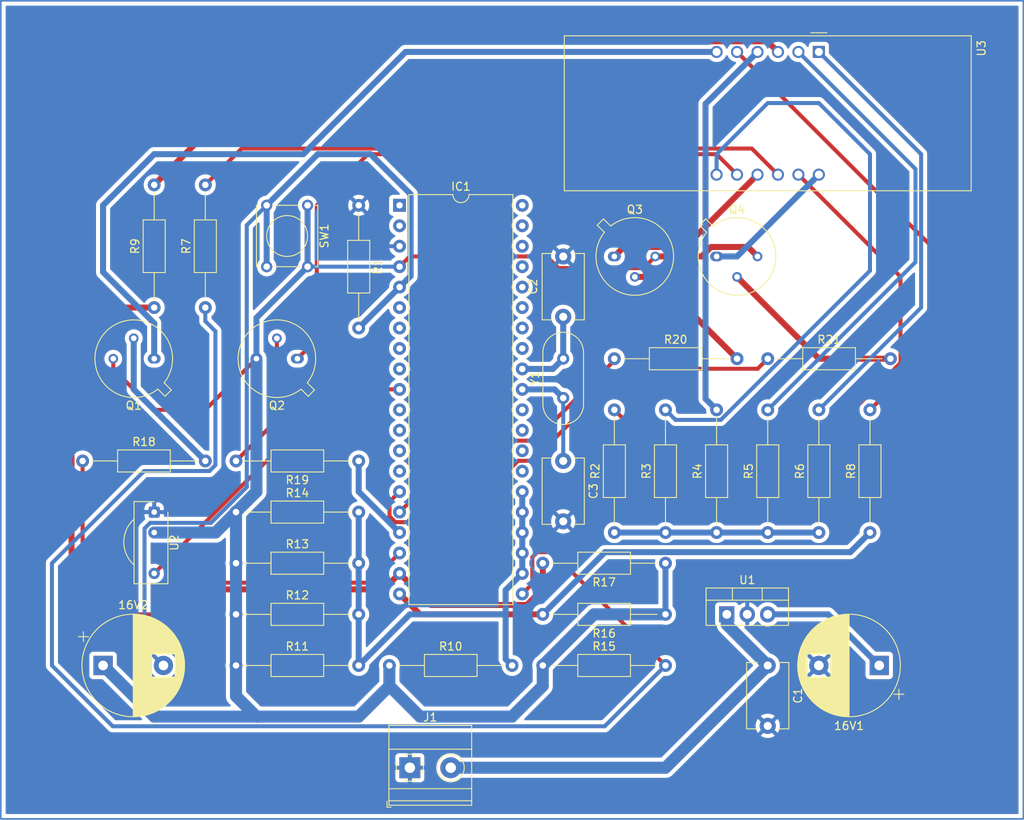
<source format=kicad_pcb>
(kicad_pcb (version 20221018) (generator pcbnew)
  (title_block (title "Digital Tachometer ") (date "30.08.2023") (rev "1.0") (company "by Muxtar_Safarov"))
  (layers (0 "F.Cu" signal) (31 "B.Cu" signal) (34 "B.Paste" user) (35 "F.Paste" user) (36 "B.SilkS" user "B.Silkscreen") (37 "F.SilkS" user "F.Silkscreen") (38 "B.Mask" user) (39 "F.Mask" user) (44 "Edge.Cuts" user))
  (net 0 "")
  (net 1 "Net-(U1-OUT)")
  (net 2 "Earth")
  (net 3 "+5V")
  (net 4 "Net-(IC1-{slash}RST{slash}C2CK)")
  (net 5 "VCC")
  (net 6 "Net-(IC1-P0.2{slash}XTAL1)")
  (net 7 "Net-(IC1-P0.3{slash}XTAL2)")
  (net 14 "Net-(IC1-P3.4)")
  (net 19 "Net-(IC1-P2.3)")
  (net 20 "Net-(IC1-P2.2)")
  (net 21 "Net-(IC1-P2.1)")
  (net 22 "Net-(IC1-P2.0)")
  (net 23 "Net-(IC1-P1.7)")
  (net 24 "Net-(IC1-P1.6)")
  (net 25 "Net-(IC1-P1.5)")
  (net 26 "Net-(IC1-P1.0)")
  (net 31 "Net-(Q1-E)")
  (net 32 "Net-(Q1-B)")
  (net 33 "Net-(Q2-E)")
  (net 34 "Net-(Q2-B)")
  (net 35 "Net-(Q3-E)")
  (net 36 "Net-(Q3-B)")
  (net 37 "Net-(Q4-E)")
  (net 38 "Net-(Q4-B)")
  (net 39 "Net-(U3-a)")
  (net 40 "Net-(U3-b)")
  (net 41 "Net-(U3-c)")
  (net 42 "Net-(U3-d)")
  (net 43 "Net-(U3-e)")
  (net 44 "Net-(U3-f)")
  (net 45 "Net-(U3-g)")
  (net 46 "Net-(U3-DPX)")
  (footprint "Resistor_THT:R_Axial_DIN0207_L6.3mm_D2.5mm_P15.24mm_Horizontal" (layer "F.Cu") (at 60.96 177.8)
    (fp_text reference "R10" (at 7.62 -2.37) (layer "F.SilkS"))
    (fp_text value "1K")
    (pad "1" thru_hole circle (at 0 0) (size 1.6 1.6) (drill 0.8) (layers "*.Cu" "*.Mask") (net 3 "+5V"))
    (pad "2" thru_hole oval (at 15.24 0) (size 1.6 1.6) (drill 0.8) (layers "*.Cu" "*.Mask") (net 26 "Net-(IC1-P1.0)"))
  )
  (footprint "Resistor_THT:R_Axial_DIN0207_L6.3mm_D2.5mm_P15.24mm_Horizontal" (layer "F.Cu") (at 57.15 152.4 180)
    (fp_text reference "R19" (at 7.62 -2.37) (layer "F.SilkS"))
    (fp_text value "330R")
    (pad "1" thru_hole circle (at 0 0 180) (size 1.6 1.6) (drill 0.8) (layers "*.Cu" "*.Mask") (net 21 "Net-(IC1-P2.1)"))
    (pad "2" thru_hole oval (at 15.24 0 180) (size 1.6 1.6) (drill 0.8) (layers "*.Cu" "*.Mask") (net 34 "Net-(Q2-B)"))
  )
  (footprint "Capacitor_THT:CP_Radial_D12.5mm_P7.50mm" (layer "F.Cu") (at 121.8 177.8 180)
    (fp_text reference "16V1" (at 3.75 -7.5) (layer "F.SilkS"))
    (fp_text value "47uF")
    (pad "1" thru_hole rect (at 0 0 180) (size 2.4 2.4) (drill 1.2) (layers "*.Cu" "*.Mask") (net 1 "Net-(U1-OUT)"))
    (pad "2" thru_hole circle (at 7.5 0 180) (size 2.4 2.4) (drill 1.2) (layers "*.Cu" "*.Mask") (net 2 "Earth"))
  )
  (footprint "Resistor_THT:R_Axial_DIN0207_L6.3mm_D2.5mm_P15.24mm_Horizontal" (layer "F.Cu") (at 31.75 133.35 90)
    (fp_text reference "R9" (at 7.62 -2.37 90) (layer "F.SilkS"))
    (fp_text value "100R")
    (pad "1" thru_hole circle (at 0 0 90) (size 1.6 1.6) (drill 0.8) (layers "*.Cu" "*.Mask") (net 23 "Net-(IC1-P1.7)"))
    (pad "2" thru_hole oval (at 15.24 0 90) (size 1.6 1.6) (drill 0.8) (layers "*.Cu" "*.Mask") (net 46 "Net-(U3-DPX)"))
  )
  (footprint "Resistor_THT:R_Axial_DIN0207_L6.3mm_D2.5mm_P15.24mm_Horizontal" (layer "F.Cu") (at 22.86 152.4)
    (fp_text reference "R18" (at 7.62 -2.37) (layer "F.SilkS"))
    (fp_text value "330R")
    (pad "1" thru_hole circle (at 0 0) (size 1.6 1.6) (drill 0.8) (layers "*.Cu" "*.Mask") (net 22 "Net-(IC1-P2.0)"))
    (pad "2" thru_hole oval (at 15.24 0) (size 1.6 1.6) (drill 0.8) (layers "*.Cu" "*.Mask") (net 32 "Net-(Q1-B)"))
  )
  (footprint "Package_TO_SOT_THT:TO-39-3" (layer "F.Cu") (at 101.6 127)
    (fp_text reference "Q4" (at 2.54 -5.82) (layer "F.SilkS"))
    (fp_text value "2N2219")
    (pad "1" thru_hole oval (at 0 0) (size 1.6 1.2) (drill 0.7) (layers "*.Cu" "*.Mask") (net 37 "Net-(Q4-E)"))
    (pad "2" thru_hole oval (at 2.54 2.54) (size 1.2 1.2) (drill 0.7) (layers "*.Cu" "*.Mask") (net 38 "Net-(Q4-B)"))
    (pad "3" thru_hole oval (at 5.08 0) (size 1.2 1.2) (drill 0.7) (layers "*.Cu" "*.Mask") (net 3 "+5V"))
  )
  (footprint "Resistor_THT:R_Axial_DIN0207_L6.3mm_D2.5mm_P15.24mm_Horizontal" (layer "F.Cu") (at 38.1 133.35 90)
    (fp_text reference "R7" (at 7.62 -2.37 90) (layer "F.SilkS"))
    (fp_text value "100R")
    (pad "1" thru_hole circle (at 0 0 90) (size 1.6 1.6) (drill 0.8) (layers "*.Cu" "*.Mask") (net 25 "Net-(IC1-P1.5)"))
    (pad "2" thru_hole oval (at 15.24 0 90) (size 1.6 1.6) (drill 0.8) (layers "*.Cu" "*.Mask") (net 44 "Net-(U3-f)"))
  )
  (footprint "Package_DIP:DIP-40_W15.24mm" (layer "F.Cu") (at 62.225 120.65)
    (fp_text reference "IC1" (at 7.62 -2.33) (layer "F.SilkS"))
    (fp_text value "C8051F350-GQ")
    (pad "1" thru_hole rect (at 0 0) (size 1.6 1.6) (drill 0.8) (layers "*.Cu" "*.Mask"))
    (pad "2" thru_hole oval (at 0 2.54) (size 1.6 1.6) (drill 0.8) (layers "*.Cu" "*.Mask"))
    (pad "3" thru_hole oval (at 0 5.08) (size 1.6 1.6) (drill 0.8) (layers "*.Cu" "*.Mask") (net 2 "Earth"))
    (pad "4" thru_hole oval (at 0 7.62) (size 1.6 1.6) (drill 0.8) (layers "*.Cu" "*.Mask") (net 3 "+5V"))
    (pad "5" thru_hole oval (at 0 10.16) (size 1.6 1.6) (drill 0.8) (layers "*.Cu" "*.Mask") (net 4 "Net-(IC1-{slash}RST{slash}C2CK)"))
    (pad "6" thru_hole oval (at 0 12.7) (size 1.6 1.6) (drill 0.8) (layers "*.Cu" "*.Mask"))
    (pad "7" thru_hole oval (at 0 15.24) (size 1.6 1.6) (drill 0.8) (layers "*.Cu" "*.Mask"))
    (pad "8" thru_hole oval (at 0 17.78) (size 1.6 1.6) (drill 0.8) (layers "*.Cu" "*.Mask"))
    (pad "9" thru_hole oval (at 0 20.32) (size 1.6 1.6) (drill 0.8) (layers "*.Cu" "*.Mask"))
    (pad "10" thru_hole oval (at 0 22.86) (size 1.6 1.6) (drill 0.8) (layers "*.Cu" "*.Mask") (net 14 "Net-(IC1-P3.4)"))
    (pad "11" thru_hole oval (at 0 25.4) (size 1.6 1.6) (drill 0.8) (layers "*.Cu" "*.Mask"))
    (pad "12" thru_hole oval (at 0 27.94) (size 1.6 1.6) (drill 0.8) (layers "*.Cu" "*.Mask"))
    (pad "13" thru_hole oval (at 0 30.48) (size 1.6 1.6) (drill 0.8) (layers "*.Cu" "*.Mask"))
    (pad "14" thru_hole oval (at 0 33.02) (size 1.6 1.6) (drill 0.8) (layers "*.Cu" "*.Mask"))
    (pad "15" thru_hole oval (at 0 35.56) (size 1.6 1.6) (drill 0.8) (layers "*.Cu" "*.Mask") (net 19 "Net-(IC1-P2.3)"))
    (pad "16" thru_hole oval (at 0 38.1) (size 1.6 1.6) (drill 0.8) (layers "*.Cu" "*.Mask") (net 20 "Net-(IC1-P2.2)"))
    (pad "17" thru_hole oval (at 0 40.64) (size 1.6 1.6) (drill 0.8) (layers "*.Cu" "*.Mask") (net 21 "Net-(IC1-P2.1)"))
    (pad "18" thru_hole oval (at 0 43.18) (size 1.6 1.6) (drill 0.8) (layers "*.Cu" "*.Mask") (net 22 "Net-(IC1-P2.0)"))
    (pad "19" thru_hole oval (at 0 45.72) (size 1.6 1.6) (drill 0.8) (layers "*.Cu" "*.Mask") (net 23 "Net-(IC1-P1.7)"))
    (pad "20" thru_hole oval (at 0 48.26) (size 1.6 1.6) (drill 0.8) (layers "*.Cu" "*.Mask") (net 24 "Net-(IC1-P1.6)"))
    (pad "21" thru_hole oval (at 15.24 48.26) (size 1.6 1.6) (drill 0.8) (layers "*.Cu" "*.Mask") (net 25 "Net-(IC1-P1.5)"))
    (pad "22" thru_hole oval (at 15.24 45.72) (size 1.6 1.6) (drill 0.8) (layers "*.Cu" "*.Mask") (net 26 "Net-(IC1-P1.0)"))
    (pad "23" thru_hole oval (at 15.24 43.18) (size 1.6 1.6) (drill 0.8) (layers "*.Cu" "*.Mask") (net 26 "Net-(IC1-P1.0)"))
    (pad "24" thru_hole oval (at 15.24 40.64) (size 1.6 1.6) (drill 0.8) (layers "*.Cu" "*.Mask") (net 26 "Net-(IC1-P1.0)"))
    (pad "25" thru_hole oval (at 15.24 38.1) (size 1.6 1.6) (drill 0.8) (layers "*.Cu" "*.Mask") (net 26 "Net-(IC1-P1.0)"))
    (pad "26" thru_hole oval (at 15.24 35.56) (size 1.6 1.6) (drill 0.8) (layers "*.Cu" "*.Mask") (net 26 "Net-(IC1-P1.0)"))
    (pad "27" thru_hole oval (at 15.24 33.02) (size 1.6 1.6) (drill 0.8) (layers "*.Cu" "*.Mask"))
    (pad "28" thru_hole oval (at 15.24 30.48) (size 1.6 1.6) (drill 0.8) (layers "*.Cu" "*.Mask"))
    (pad "29" thru_hole oval (at 15.24 27.94) (size 1.6 1.6) (drill 0.8) (layers "*.Cu" "*.Mask"))
    (pad "30" thru_hole oval (at 15.24 25.4) (size 1.6 1.6) (drill 0.8) (layers "*.Cu" "*.Mask"))
    (pad "31" thru_hole oval (at 15.24 22.86) (size 1.6 1.6) (drill 0.8) (layers "*.Cu" "*.Mask") (net 7 "Net-(IC1-P0.3{slash}XTAL2)"))
    (pad "32" thru_hole oval (at 15.24 20.32) (size 1.6 1.6) (drill 0.8) (layers "*.Cu" "*.Mask") (net 6 "Net-(IC1-P0.2{slash}XTAL1)"))
    (pad "33" thru_hole oval (at 15.24 17.78) (size 1.6 1.6) (drill 0.8) (layers "*.Cu" "*.Mask"))
    (pad "34" thru_hole oval (at 15.24 15.24) (size 1.6 1.6) (drill 0.8) (layers "*.Cu" "*.Mask"))
    (pad "35" thru_hole oval (at 15.24 12.7) (size 1.6 1.6) (drill 0.8) (layers "*.Cu" "*.Mask"))
    (pad "36" thru_hole oval (at 15.24 10.16) (size 1.6 1.6) (drill 0.8) (layers "*.Cu" "*.Mask"))
    (pad "37" thru_hole oval (at 15.24 7.62) (size 1.6 1.6) (drill 0.8) (layers "*.Cu" "*.Mask"))
    (pad "38" thru_hole oval (at 15.24 5.08) (size 1.6 1.6) (drill 0.8) (layers "*.Cu" "*.Mask"))
    (pad "39" thru_hole oval (at 15.24 2.54) (size 1.6 1.6) (drill 0.8) (layers "*.Cu" "*.Mask"))
    (pad "40" thru_hole oval (at 15.24 0) (size 1.6 1.6) (drill 0.8) (layers "*.Cu" "*.Mask"))
  )
  (footprint "OptoDevice:Vishay_CAST-3Pin" (layer "F.Cu") (at 31.75 158.75 -90)
    (fp_text reference "U2" (at 3.8 -2.5 90) (layer "F.SilkS"))
    (fp_text value "TSOP17xx")
    (pad "1" thru_hole roundrect (at 0 0 270) (size 1.4 1.4) (drill 0.7) (layers "*.Cu" "*.Mask") (roundrect_rratio 0.178) (net 2 "Earth"))
    (pad "2" thru_hole circle (at 2.54 0 270) (size 1.4 1.4) (drill 0.7) (layers "*.Cu" "*.Mask") (net 3 "+5V"))
    (pad "3" thru_hole circle (at 7.62 0 270) (size 1.4 1.4) (drill 0.7) (layers "*.Cu" "*.Mask") (net 14 "Net-(IC1-P3.4)"))
  )
  (footprint "Resistor_THT:R_Axial_DIN0207_L6.3mm_D2.5mm_P15.24mm_Horizontal" (layer "F.Cu") (at 41.91 158.75)
    (fp_text reference "R14" (at 7.62 -2.37) (layer "F.SilkS"))
    (fp_text value "1K")
    (pad "1" thru_hole circle (at 0 0) (size 1.6 1.6) (drill 0.8) (layers "*.Cu" "*.Mask") (net 3 "+5V"))
    (pad "2" thru_hole oval (at 15.24 0) (size 1.6 1.6) (drill 0.8) (layers "*.Cu" "*.Mask") (net 26 "Net-(IC1-P1.0)"))
  )
  (footprint "Crystal:Crystal_HC49-4H_Vertical" (layer "F.Cu") (at 82.55 144.58 90)
    (fp_text reference "Y1" (at 2.44 -3.525 90) (layer "F.SilkS"))
    (fp_text value "Crystal")
    (pad "1" thru_hole circle (at 0 0 90) (size 1.5 1.5) (drill 0.8) (layers "*.Cu" "*.Mask") (net 7 "Net-(IC1-P0.3{slash}XTAL2)"))
    (pad "2" thru_hole circle (at 4.88 0 90) (size 1.5 1.5) (drill 0.8) (layers "*.Cu" "*.Mask") (net 6 "Net-(IC1-P0.2{slash}XTAL1)"))
  )
  (footprint "Resistor_THT:R_Axial_DIN0207_L6.3mm_D2.5mm_P15.24mm_Horizontal" (layer "F.Cu") (at 88.9 161.29 90)
    (fp_text reference "R2" (at 7.62 -2.37 90) (layer "F.SilkS"))
    (fp_text value "100R")
    (pad "1" thru_hole circle (at 0 0 90) (size 1.6 1.6) (drill 0.8) (layers "*.Cu" "*.Mask") (net 26 "Net-(IC1-P1.0)"))
    (pad "2" thru_hole oval (at 15.24 0 90) (size 1.6 1.6) (drill 0.8) (layers "*.Cu" "*.Mask") (net 39 "Net-(U3-a)"))
  )
  (footprint "Resistor_THT:R_Axial_DIN0207_L6.3mm_D2.5mm_P15.24mm_Horizontal" (layer "F.Cu") (at 57.15 120.65 -90)
    (fp_text reference "R1" (at 7.62 -2.37 90) (layer "F.SilkS"))
    (fp_text value "10K")
    (pad "1" thru_hole circle (at 0 0 270) (size 1.6 1.6) (drill 0.8) (layers "*.Cu" "*.Mask") (net 2 "Earth"))
    (pad "2" thru_hole oval (at 15.24 0 270) (size 1.6 1.6) (drill 0.8) (layers "*.Cu" "*.Mask") (net 4 "Net-(IC1-{slash}RST{slash}C2CK)"))
  )
  (footprint "Display_7Segment:CA56-12SEKWA" (layer "F.Cu") (at 114.3 101.6 -90)
    (fp_text reference "U3" (at -0.45 -20.19 90) (layer "F.SilkS"))
    (fp_text value "CA56-12SEKWA")
    (pad "1" thru_hole rect (at 0 0 270) (size 1.5 1.5) (drill 1) (layers "*.Cu" "*.Mask") (net 43 "Net-(U3-e)"))
    (pad "2" thru_hole circle (at 0 2.54 270) (size 1.5 1.5) (drill 1) (layers "*.Cu" "*.Mask") (net 42 "Net-(U3-d)"))
    (pad "3" thru_hole circle (at 0 5.08 270) (size 1.5 1.5) (drill 1) (layers "*.Cu" "*.Mask") (net 46 "Net-(U3-DPX)"))
    (pad "4" thru_hole circle (at 0 7.62 270) (size 1.5 1.5) (drill 1) (layers "*.Cu" "*.Mask") (net 41 "Net-(U3-c)"))
    (pad "5" thru_hole circle (at 0 10.16 270) (size 1.5 1.5) (drill 1) (layers "*.Cu" "*.Mask") (net 45 "Net-(U3-g)"))
    (pad "6" thru_hole circle (at 0 12.7 270) (size 1.5 1.5) (drill 1) (layers "*.Cu" "*.Mask") (net 31 "Net-(Q1-E)"))
    (pad "7" thru_hole circle (at 15.24 12.7 270) (size 1.5 1.5) (drill 1) (layers "*.Cu" "*.Mask") (net 40 "Net-(U3-b)"))
    (pad "8" thru_hole circle (at 15.24 10.16 270) (size 1.5 1.5) (drill 1) (layers "*.Cu" "*.Mask") (net 33 "Net-(Q2-E)"))
    (pad "9" thru_hole circle (at 15.24 7.62 270) (size 1.5 1.5) (drill 1) (layers "*.Cu" "*.Mask") (net 35 "Net-(Q3-E)"))
    (pad "10" thru_hole circle (at 15.24 5.08 270) (size 1.5 1.5) (drill 1) (layers "*.Cu" "*.Mask") (net 44 "Net-(U3-f)"))
    (pad "11" thru_hole circle (at 15.24 2.54 270) (size 1.5 1.5) (drill 1) (layers "*.Cu" "*.Mask") (net 39 "Net-(U3-a)"))
    (pad "12" thru_hole circle (at 15.24 0 270) (size 1.5 1.5) (drill 1) (layers "*.Cu" "*.Mask") (net 37 "Net-(Q4-E)"))
  )
  (footprint "Capacitor_THT:C_Disc_D8.0mm_W5.0mm_P7.50mm" (layer "F.Cu") (at 82.55 152.4 -90)
    (fp_text reference "C3" (at 3.75 -3.75 90) (layer "F.SilkS"))
    (fp_text value "22pF")
    (pad "1" thru_hole circle (at 0 0 270) (size 2 2) (drill 1) (layers "*.Cu" "*.Mask") (net 7 "Net-(IC1-P0.3{slash}XTAL2)"))
    (pad "2" thru_hole circle (at 7.5 0 270) (size 2 2) (drill 1) (layers "*.Cu" "*.Mask") (net 2 "Earth"))
  )
  (footprint "Resistor_THT:R_Axial_DIN0207_L6.3mm_D2.5mm_P15.24mm_Horizontal" (layer "F.Cu") (at 80.01 177.8)
    (fp_text reference "R15" (at 7.62 -2.37) (layer "F.SilkS"))
    (fp_text value "1K")
    (pad "1" thru_hole circle (at 0 0) (size 1.6 1.6) (drill 0.8) (layers "*.Cu" "*.Mask") (net 3 "+5V"))
    (pad "2" thru_hole oval (at 15.24 0) (size 1.6 1.6) (drill 0.8) (layers "*.Cu" "*.Mask") (net 25 "Net-(IC1-P1.5)"))
  )
  (footprint "Capacitor_THT:CP_Radial_D12.5mm_P7.50mm" (layer "F.Cu") (at 25.4 177.8)
    (fp_text reference "16V2" (at 3.75 -7.5) (layer "F.SilkS"))
    (fp_text value "10uF")
    (pad "1" thru_hole rect (at 0 0) (size 2.4 2.4) (drill 1.2) (layers "*.Cu" "*.Mask") (net 3 "+5V"))
    (pad "2" thru_hole circle (at 7.5 0) (size 2.4 2.4) (drill 1.2) (layers "*.Cu" "*.Mask") (net 4 "Net-(IC1-{slash}RST{slash}C2CK)"))
  )
  (footprint "Button_Switch_THT:SW_Tactile_Straight_KSA0Axx1LFTR" (layer "F.Cu") (at 50.8 120.65 -90)
    (fp_text reference "SW1" (at 3.81 -2.08 90) (layer "F.SilkS"))
    (fp_text value "RESET")
    (pad "1" thru_hole circle (at 0 0 270) (size 1.397 1.397) (drill 0.8128) (layers "*.Cu" "*.Mask") (net 3 "+5V"))
    (pad "1" thru_hole circle (at 7.62 0 270) (size 1.397 1.397) (drill 0.8128) (layers "*.Cu" "*.Mask") (net 3 "+5V"))
    (pad "2" thru_hole circle (at 0 5.08 270) (size 1.397 1.397) (drill 0.8128) (layers "*.Cu" "*.Mask") (net 4 "Net-(IC1-{slash}RST{slash}C2CK)"))
    (pad "2" thru_hole circle (at 7.62 5.08 270) (size 1.397 1.397) (drill 0.8128) (layers "*.Cu" "*.Mask") (net 4 "Net-(IC1-{slash}RST{slash}C2CK)"))
  )
  (footprint "Package_TO_SOT_THT:TO-39-3" (layer "F.Cu") (at 49.53 139.7 180)
    (fp_text reference "Q2" (at 2.54 -5.82) (layer "F.SilkS"))
    (fp_text value "2N2219")
    (pad "1" thru_hole oval (at 0 0 180) (size 1.6 1.2) (drill 0.7) (layers "*.Cu" "*.Mask") (net 33 "Net-(Q2-E)"))
    (pad "2" thru_hole oval (at 2.54 2.54 180) (size 1.2 1.2) (drill 0.7) (layers "*.Cu" "*.Mask") (net 34 "Net-(Q2-B)"))
    (pad "3" thru_hole oval (at 5.08 0 180) (size 1.2 1.2) (drill 0.7) (layers "*.Cu" "*.Mask") (net 3 "+5V"))
  )
  (footprint "Resistor_THT:R_Axial_DIN0207_L6.3mm_D2.5mm_P15.24mm_Horizontal" (layer "F.Cu") (at 95.25 165.1 180)
    (fp_text reference "R17" (at 7.62 -2.37) (layer "F.SilkS"))
    (fp_text value "1K")
    (pad "1" thru_hole circle (at 0 0 180) (size 1.6 1.6) (drill 0.8) (layers "*.Cu" "*.Mask") (net 3 "+5V"))
    (pad "2" thru_hole oval (at 15.24 0 180) (size 1.6 1.6) (drill 0.8) (layers "*.Cu" "*.Mask") (net 23 "Net-(IC1-P1.7)"))
  )
  (footprint "Resistor_THT:R_Axial_DIN0207_L6.3mm_D2.5mm_P15.24mm_Horizontal" (layer "F.Cu") (at 120.65 161.29 90)
    (fp_text reference "R8" (at 7.62 -2.37 90) (layer "F.SilkS"))
    (fp_text value "100R")
    (pad "1" thru_hole circle (at 0 0 90) (size 1.6 1.6) (drill 0.8) (layers "*.Cu" "*.Mask") (net 24 "Net-(IC1-P1.6)"))
    (pad "2" thru_hole oval (at 15.24 0 90) (size 1.6 1.6) (drill 0.8) (layers "*.Cu" "*.Mask") (net 45 "Net-(U3-g)"))
  )
  (footprint "Resistor_THT:R_Axial_DIN0207_L6.3mm_D2.5mm_P15.24mm_Horizontal" (layer "F.Cu") (at 41.91 171.45)
    (fp_text reference "R12" (at 7.62 -2.37) (layer "F.SilkS"))
    (fp_text value "1K")
    (pad "1" thru_hole circle (at 0 0) (size 1.6 1.6) (drill 0.8) (layers "*.Cu" "*.Mask") (net 3 "+5V"))
    (pad "2" thru_hole oval (at 15.24 0) (size 1.6 1.6) (drill 0.8) (layers "*.Cu" "*.Mask") (net 26 "Net-(IC1-P1.0)"))
  )
  (footprint "Package_TO_SOT_THT:TO-39-3" (layer "F.Cu") (at 88.9 127)
    (fp_text reference "Q3" (at 2.54 -5.82) (layer "F.SilkS"))
    (fp_text value "2N2219")
    (pad "1" thru_hole oval (at 0 0) (size 1.6 1.2) (drill 0.7) (layers "*.Cu" "*.Mask") (net 35 "Net-(Q3-E)"))
    (pad "2" thru_hole oval (at 2.54 2.54) (size 1.2 1.2) (drill 0.7) (layers "*.Cu" "*.Mask") (net 36 "Net-(Q3-B)"))
    (pad "3" thru_hole oval (at 5.08 0) (size 1.2 1.2) (drill 0.7) (layers "*.Cu" "*.Mask") (net 3 "+5V"))
  )
  (footprint "Resistor_THT:R_Axial_DIN0207_L6.3mm_D2.5mm_P15.24mm_Horizontal" (layer "F.Cu") (at 95.25 171.45 180)
    (fp_text reference "R16" (at 7.62 -2.37) (layer "F.SilkS"))
    (fp_text value "1K")
    (pad "1" thru_hole circle (at 0 0 180) (size 1.6 1.6) (drill 0.8) (layers "*.Cu" "*.Mask") (net 3 "+5V"))
    (pad "2" thru_hole oval (at 15.24 0 180) (size 1.6 1.6) (drill 0.8) (layers "*.Cu" "*.Mask") (net 24 "Net-(IC1-P1.6)"))
  )
  (footprint "Resistor_THT:R_Axial_DIN0207_L6.3mm_D2.5mm_P15.24mm_Horizontal" (layer "F.Cu") (at 107.95 161.29 90)
    (fp_text reference "R5" (at 7.62 -2.37 90) (layer "F.SilkS"))
    (fp_text value "100R")
    (pad "1" thru_hole circle (at 0 0 90) (size 1.6 1.6) (drill 0.8) (layers "*.Cu" "*.Mask") (net 26 "Net-(IC1-P1.0)"))
    (pad "2" thru_hole oval (at 15.24 0 90) (size 1.6 1.6) (drill 0.8) (layers "*.Cu" "*.Mask") (net 42 "Net-(U3-d)"))
  )
  (footprint "Package_TO_SOT_THT:TO-220-3_Vertical" (layer "F.Cu") (at 102.87 171.45)
    (fp_text reference "U1" (at 2.54 -4.27) (layer "F.SilkS"))
    (fp_text value "L7805")
    (pad "1" thru_hole rect (at 0 0) (size 1.905 2) (drill 1.1) (layers "*.Cu" "*.Mask") (net 5 "VCC"))
    (pad "2" thru_hole oval (at 2.54 0) (size 1.905 2) (drill 1.1) (layers "*.Cu" "*.Mask") (net 2 "Earth"))
    (pad "3" thru_hole oval (at 5.08 0) (size 1.905 2) (drill 1.1) (layers "*.Cu" "*.Mask") (net 1 "Net-(U1-OUT)"))
  )
  (footprint "Capacitor_THT:C_Disc_D8.0mm_W5.0mm_P7.50mm" (layer "F.Cu") (at 82.55 134.5 90)
    (fp_text reference "C2" (at 3.75 -3.75 90) (layer "F.SilkS"))
    (fp_text value "22pF")
    (pad "1" thru_hole circle (at 0 0 90) (size 2 2) (drill 1) (layers "*.Cu" "*.Mask") (net 6 "Net-(IC1-P0.2{slash}XTAL1)"))
    (pad "2" thru_hole circle (at 7.5 0 90) (size 2 2) (drill 1) (layers "*.Cu" "*.Mask") (net 2 "Earth"))
  )
  (footprint "Resistor_THT:R_Axial_DIN0207_L6.3mm_D2.5mm_P15.24mm_Horizontal" (layer "F.Cu") (at 41.91 165.1)
    (fp_text reference "R13" (at 7.62 -2.37) (layer "F.SilkS"))
    (fp_text value "1K")
    (pad "1" thru_hole circle (at 0 0) (size 1.6 1.6) (drill 0.8) (layers "*.Cu" "*.Mask") (net 3 "+5V"))
    (pad "2" thru_hole oval (at 15.24 0) (size 1.6 1.6) (drill 0.8) (layers "*.Cu" "*.Mask") (net 26 "Net-(IC1-P1.0)"))
  )
  (footprint "Resistor_THT:R_Axial_DIN0207_L6.3mm_D2.5mm_P15.24mm_Horizontal" (layer "F.Cu") (at 41.91 177.8)
    (fp_text reference "R11" (at 7.62 -2.37) (layer "F.SilkS"))
    (fp_text value "1K")
    (pad "1" thru_hole circle (at 0 0) (size 1.6 1.6) (drill 0.8) (layers "*.Cu" "*.Mask") (net 3 "+5V"))
    (pad "2" thru_hole oval (at 15.24 0) (size 1.6 1.6) (drill 0.8) (layers "*.Cu" "*.Mask") (net 26 "Net-(IC1-P1.0)"))
  )
  (footprint "Capacitor_THT:C_Disc_D8.0mm_W5.0mm_P7.50mm" (layer "F.Cu") (at 107.95 177.8 -90)
    (fp_text reference "C1" (at 3.75 -3.75 90) (layer "F.SilkS"))
    (fp_text value "100nF")
    (pad "1" thru_hole circle (at 0 0 270) (size 2 2) (drill 1) (layers "*.Cu" "*.Mask") (net 5 "VCC"))
    (pad "2" thru_hole circle (at 7.5 0 270) (size 2 2) (drill 1) (layers "*.Cu" "*.Mask") (net 2 "Earth"))
  )
  (footprint "Resistor_THT:R_Axial_DIN0207_L6.3mm_D2.5mm_P15.24mm_Horizontal" (layer "F.Cu") (at 107.95 139.7)
    (fp_text reference "R21" (at 7.62 -2.37) (layer "F.SilkS"))
    (fp_text value "330R")
    (pad "1" thru_hole circle (at 0 0) (size 1.6 1.6) (drill 0.8) (layers "*.Cu" "*.Mask") (net 19 "Net-(IC1-P2.3)"))
    (pad "2" thru_hole oval (at 15.24 0) (size 1.6 1.6) (drill 0.8) (layers "*.Cu" "*.Mask") (net 38 "Net-(Q4-B)"))
  )
  (footprint "Resistor_THT:R_Axial_DIN0207_L6.3mm_D2.5mm_P15.24mm_Horizontal" (layer "F.Cu") (at 114.3 161.29 90)
    (fp_text reference "R6" (at 7.62 -2.37 90) (layer "F.SilkS"))
    (fp_text value "100R")
    (pad "1" thru_hole circle (at 0 0 90) (size 1.6 1.6) (drill 0.8) (layers "*.Cu" "*.Mask") (net 26 "Net-(IC1-P1.0)"))
    (pad "2" thru_hole oval (at 15.24 0 90) (size 1.6 1.6) (drill 0.8) (layers "*.Cu" "*.Mask") (net 43 "Net-(U3-e)"))
  )
  (footprint "Resistor_THT:R_Axial_DIN0207_L6.3mm_D2.5mm_P15.24mm_Horizontal" (layer "F.Cu") (at 95.25 161.29 90)
    (fp_text reference "R3" (at 7.62 -2.37 90) (layer "F.SilkS"))
    (fp_text value "100R")
    (pad "1" thru_hole circle (at 0 0 90) (size 1.6 1.6) (drill 0.8) (layers "*.Cu" "*.Mask") (net 26 "Net-(IC1-P1.0)"))
    (pad "2" thru_hole oval (at 15.24 0 90) (size 1.6 1.6) (drill 0.8) (layers "*.Cu" "*.Mask") (net 40 "Net-(U3-b)"))
  )
  (footprint "Resistor_THT:R_Axial_DIN0207_L6.3mm_D2.5mm_P15.24mm_Horizontal" (layer "F.Cu") (at 101.6 161.29 90)
    (fp_text reference "R4" (at 7.62 -2.37 90) (layer "F.SilkS"))
    (fp_text value "100R")
    (pad "1" thru_hole circle (at 0 0 90) (size 1.6 1.6) (drill 0.8) (layers "*.Cu" "*.Mask") (net 26 "Net-(IC1-P1.0)"))
    (pad "2" thru_hole oval (at 15.24 0 90) (size 1.6 1.6) (drill 0.8) (layers "*.Cu" "*.Mask") (net 41 "Net-(U3-c)"))
  )
  (footprint "Package_TO_SOT_THT:TO-39-3" (layer "F.Cu") (at 31.75 139.7 180)
    (fp_text reference "Q1" (at 2.54 -5.82) (layer "F.SilkS"))
    (fp_text value "2N2219")
    (pad "1" thru_hole oval (at 0 0 180) (size 1.6 1.2) (drill 0.7) (layers "*.Cu" "*.Mask") (net 31 "Net-(Q1-E)"))
    (pad "2" thru_hole oval (at 2.54 2.54 180) (size 1.2 1.2) (drill 0.7) (layers "*.Cu" "*.Mask") (net 32 "Net-(Q1-B)"))
    (pad "3" thru_hole oval (at 5.08 0 180) (size 1.2 1.2) (drill 0.7) (layers "*.Cu" "*.Mask") (net 3 "+5V"))
  )
  (footprint "TerminalBlock_Phoenix:TerminalBlock_Phoenix_MKDS-1,5-2-5.08_1x02_P5.08mm_Horizontal" (layer "F.Cu") (at 63.5 190.5)
    (fp_text reference "J1" (at 2.54 -6.26) (layer "F.SilkS"))
    (fp_text value "VCC INPUT ")
    (pad "1" thru_hole rect (at 0 0) (size 2.6 2.6) (drill 1.3) (layers "*.Cu" "*.Mask") (net 2 "Earth"))
    (pad "2" thru_hole circle (at 5.08 0) (size 2.6 2.6) (drill 1.3) (layers "*.Cu" "*.Mask") (net 5 "VCC"))
  )
  (footprint "Resistor_THT:R_Axial_DIN0207_L6.3mm_D2.5mm_P15.24mm_Horizontal" (layer "F.Cu") (at 88.9 139.7)
    (fp_text reference "R20" (at 7.62 -2.37) (layer "F.SilkS"))
    (fp_text value "330R")
    (pad "1" thru_hole circle (at 0 0) (size 1.6 1.6) (drill 0.8) (layers "*.Cu" "*.Mask") (net 20 "Net-(IC1-P2.2)"))
    (pad "2" thru_hole oval (at 15.24 0) (size 1.6 1.6) (drill 0.8) (layers "*.Cu" "*.Mask") (net 36 "Net-(Q3-B)"))
  )
  (gr_rect (start 12.7 95.25) (end 139.7 196.85) (stroke (width 0.2)) (fill none) (layer "B.Cu"))
  (segment (start 107.95 171.45) (end 115.45 171.45) (width 0.75) (layer "B.Cu") (net 1))
  (segment (start 115.45 171.45) (end 121.8 177.8) (width 0.75) (layer "B.Cu") (net 1))
  (segment (start 31.75 146.05) (end 38.1 146.05) (width 0.5) (layer "F.Cu") (net 3))
  (segment (start 63.495 127) (end 80.49939 127) (width 0.5) (layer "F.Cu") (net 3))
  (segment (start 92.53 128.45) (end 93.98 127) (width 0.5) (layer "F.Cu") (net 3))
  (segment (start 62.225 128.27) (end 63.495 127) (width 0.5) (layer "F.Cu") (net 3))
  (segment (start 105.505 125.825) (end 106.68 127) (width 0.75) (layer "F.Cu") (net 3))
  (segment (start 38.1 146.05) (end 44.45 139.7) (width 0.5) (layer "F.Cu") (net 3))
  (segment (start 26.67 139.7) (end 26.67 140.97) (width 0.5) (layer "F.Cu") (net 3))
  (segment (start 93.98 127) (end 99.738299 127) (width 0.75) (layer "F.Cu") (net 3))
  (segment (start 81.94939 128.45) (end 92.53 128.45) (width 0.5) (layer "F.Cu") (net 3))
  (segment (start 99.738299 127) (end 100.913299 125.825) (width 0.75) (layer "F.Cu") (net 3))
  (segment (start 100.913299 125.825) (end 105.505 125.825) (width 0.75) (layer "F.Cu") (net 3))
  (segment (start 80.49939 127) (end 81.94939 128.45) (width 0.5) (layer "F.Cu") (net 3))
  (segment (start 26.67 140.97) (end 31.75 146.05) (width 0.5) (layer "F.Cu") (net 3))
  (segment (start 86.36 171.45) (end 80.01 177.8) (width 1.5) (layer "B.Cu") (net 3))
  (segment (start 60.96 180.34) (end 60.96 177.8) (width 1.5) (layer "B.Cu") (net 3))
  (segment (start 25.4 177.8) (end 31.75 184.15) (width 1.5) (layer "B.Cu") (net 3))
  (segment (start 41.91 177.8) (end 41.91 181.61) (width 1.5) (layer "B.Cu") (net 3))
  (segment (start 95.25 171.45) (end 86.36 171.45) (width 1.5) (layer "B.Cu") (net 3))
  (segment (start 31.75 184.15) (end 44.45 184.15) (width 1.5) (layer "B.Cu") (net 3))
  (segment (start 62.225 128.27) (end 50.8 128.27) (width 0.5) (layer "B.Cu") (net 3))
  (segment (start 80.01 180.34) (end 76.2 184.15) (width 1.5) (layer "B.Cu") (net 3))
  (segment (start 44.45 134.62) (end 50.8 128.27) (width 0.75) (layer "B.Cu") (net 3))
  (segment (start 41.91 171.45) (end 41.91 165.1) (width 1.5) (layer "B.Cu") (net 3))
  (segment (start 41.91 181.61) (end 44.45 184.15) (width 1.5) (layer "B.Cu") (net 3))
  (segment (start 44.45 156.21) (end 44.45 139.7) (width 1.5) (layer "B.Cu") (net 3))
  (segment (start 57.15 184.15) (end 60.96 180.34) (width 1.5) (layer "B.Cu") (net 3))
  (segment (start 44.45 184.15) (end 57.15 184.15) (width 1.5) (layer "B.Cu") (net 3))
  (segment (start 41.91 158.75) (end 41.91 165.1) (width 1.5) (layer "B.Cu") (net 3))
  (segment (start 39.37 161.29) (end 41.91 158.75) (width 1.5) (layer "B.Cu") (net 3))
  (segment (start 41.91 171.45) (end 41.91 177.8) (width 1.5) (layer "B.Cu") (net 3))
  (segment (start 76.2 184.15) (end 64.77 184.15) (width 1.5) (layer "B.Cu") (net 3))
  (segment (start 31.75 161.29) (end 39.37 161.29) (width 1.5) (layer "B.Cu") (net 3))
  (segment (start 41.91 158.75) (end 44.45 156.21) (width 1.5) (layer "B.Cu") (net 3))
  (segment (start 80.01 177.8) (end 80.01 180.34) (width 1.5) (layer "B.Cu") (net 3))
  (segment (start 95.25 165.1) (end 95.25 171.45) (width 0.75) (layer "B.Cu") (net 3))
  (segment (start 44.45 139.7) (end 44.45 134.62) (width 0.75) (layer "B.Cu") (net 3))
  (segment (start 50.8 120.65) (end 50.8 128.27) (width 0.75) (layer "B.Cu") (net 3))
  (segment (start 64.77 184.15) (end 60.96 180.34) (width 1.5) (layer "B.Cu") (net 3))
  (segment (start 43.25 123.12) (end 45.72 120.65) (width 0.5) (layer "B.Cu") (net 4))
  (segment (start 32.9 177.8) (end 30.55 175.45) (width 0.5) (layer "B.Cu") (net 4))
  (segment (start 43.25 155.642233) (end 43.25 123.12) (width 0.5) (layer "B.Cu") (net 4))
  (segment (start 38.802233 160.09) (end 43.25 155.642233) (width 0.5) (layer "B.Cu") (net 4))
  (segment (start 31.252944 160.09) (end 38.802233 160.09) (width 0.5) (layer "B.Cu") (net 4))
  (segment (start 63.6 119.275) (end 58.625 114.3) (width 0.75) (layer "B.Cu") (net 4))
  (segment (start 52.07 114.3) (end 45.72 120.65) (width 0.75) (layer "B.Cu") (net 4))
  (segment (start 62.225 130.81) (end 62.225 130.815) (width 0.75) (layer "B.Cu") (net 4))
  (segment (start 63.6 129.435) (end 63.6 119.275) (width 0.75) (layer "B.Cu") (net 4))
  (segment (start 62.225 130.81) (end 63.6 129.435) (width 0.75) (layer "B.Cu") (net 4))
  (segment (start 58.625 114.3) (end 52.07 114.3) (width 0.75) (layer "B.Cu") (net 4))
  (segment (start 62.225 130.815) (end 57.15 135.89) (width 0.75) (layer "B.Cu") (net 4))
  (segment (start 30.55 160.792944) (end 31.252944 160.09) (width 0.5) (layer "B.Cu") (net 4))
  (segment (start 45.72 120.65) (end 45.72 128.27) (width 0.75) (layer "B.Cu") (net 4))
  (segment (start 30.55 175.45) (end 30.55 160.792944) (width 0.5) (layer "B.Cu") (net 4))
  (segment (start 107.95 177.8) (end 102.87 172.72) (width 1.5) (layer "B.Cu") (net 5))
  (segment (start 68.58 190.5) (end 95.25 190.5) (width 1.5) (layer "B.Cu") (net 5))
  (segment (start 102.87 172.72) (end 102.87 171.45) (width 1.5) (layer "B.Cu") (net 5))
  (segment (start 95.25 190.5) (end 107.95 177.8) (width 1.5) (layer "B.Cu") (net 5))
  (segment (start 77.465 140.97) (end 81.28 140.97) (width 0.75) (layer "B.Cu") (net 6))
  (segment (start 82.55 134.5) (end 82.55 139.7) (width 0.75) (layer "B.Cu") (net 6))
  (segment (start 81.28 140.97) (end 82.55 139.7) (width 0.75) (layer "B.Cu") (net 6))
  (segment (start 77.465 143.51) (end 81.48 143.51) (width 0.75) (layer "B.Cu") (net 7))
  (segment (start 82.55 152.4) (end 82.55 144.58) (width 0.5) (layer "B.Cu") (net 7))
  (segment (start 81.48 143.51) (end 82.55 144.58) (width 0.75) (layer "B.Cu") (net 7))
  (segment (start 54.61 143.51) (end 31.75 166.37) (width 0.5) (layer "F.Cu") (net 14))
  (segment (start 62.225 143.51) (end 54.61 143.51) (width 0.5) (layer "F.Cu") (net 14))
  (segment (start 76.947233 152.38) (end 78.719999 152.38) (width 0.5) (layer "F.Cu") (net 19))
  (segment (start 60.975 159.267767) (end 61.707233 160) (width 0.5) (layer "F.Cu") (net 19))
  (segment (start 78.719999 152.38) (end 90.149999 140.95) (width 0.5) (layer "F.Cu") (net 19))
  (segment (start 106.7 140.95) (end 107.95 139.7) (width 0.5) (layer "F.Cu") (net 19))
  (segment (start 60.975 157.46) (end 60.975 159.267767) (width 0.5) (layer "F.Cu") (net 19))
  (segment (start 90.149999 140.95) (end 106.7 140.95) (width 0.5) (layer "F.Cu") (net 19))
  (segment (start 69.327233 160) (end 76.947233 152.38) (width 0.5) (layer "F.Cu") (net 19))
  (segment (start 61.707233 160) (end 69.327233 160) (width 0.5) (layer "F.Cu") (net 19))
  (segment (start 62.225 156.21) (end 60.975 157.46) (width 0.5) (layer "F.Cu") (net 19))
  (segment (start 71.095 149.88) (end 78.947057 149.88) (width 0.5) (layer "F.Cu") (net 20))
  (segment (start 78.947057 149.88) (end 88.9 139.927057) (width 0.5) (layer "F.Cu") (net 20))
  (segment (start 88.9 139.927057) (end 88.9 139.7) (width 0.5) (layer "F.Cu") (net 20))
  (segment (start 62.225 158.75) (end 71.095 149.88) (width 0.5) (layer "F.Cu") (net 20))
  (segment (start 57.15 156.215) (end 62.225 161.29) (width 0.75) (layer "B.Cu") (net 21))
  (segment (start 57.15 152.4) (end 57.15 156.215) (width 0.75) (layer "B.Cu") (net 21))
  (segment (start 62.225 163.83) (end 58.535 167.52) (width 0.5) (layer "F.Cu") (net 22))
  (segment (start 25.4 171.45) (end 22.86 168.91) (width 0.5) (layer "F.Cu") (net 22))
  (segment (start 35.68 167.52) (end 31.75 171.45) (width 0.5) (layer "F.Cu") (net 22))
  (segment (start 58.535 167.52) (end 35.68 167.52) (width 0.5) (layer "F.Cu") (net 22))
  (segment (start 22.86 168.91) (end 22.86 152.4) (width 0.5) (layer "F.Cu") (net 22))
  (segment (start 31.75 171.45) (end 25.4 171.45) (width 0.5) (layer "F.Cu") (net 22))
  (segment (start 62.225 166.37) (end 60.25 168.345) (width 0.75) (layer "F.Cu") (net 23))
  (segment (start 66.14 170.285) (end 78.034544 170.285) (width 0.75) (layer "F.Cu") (net 23))
  (segment (start 36.021726 168.345) (end 32.091726 172.275) (width 0.75) (layer "F.Cu") (net 23))
  (segment (start 25.058274 172.275) (end 21.485 168.701726) (width 0.75) (layer "F.Cu") (net 23))
  (segment (start 62.225 166.37) (end 66.14 170.285) (width 0.75) (layer "F.Cu") (net 23))
  (segment (start 60.25 168.345) (end 36.021726 168.345) (width 0.75) (layer "F.Cu") (net 23))
  (segment (start 21.485 168.701726) (end 21.485 137.265) (width 0.75) (layer "F.Cu") (net 23))
  (segment (start 80.01 168.309544) (end 80.01 165.1) (width 0.75) (layer "F.Cu") (net 23))
  (segment (start 78.034544 170.285) (end 80.01 168.309544) (width 0.75) (layer "F.Cu") (net 23))
  (segment (start 32.091726 172.275) (end 25.058274 172.275) (width 0.75) (layer "F.Cu") (net 23))
  (segment (start 21.485 137.265) (end 25.4 133.35) (width 0.75) (layer "F.Cu") (net 23))
  (segment (start 25.4 133.35) (end 31.75 133.35) (width 0.75) (layer "F.Cu") (net 23))
  (segment (start 64.765 171.45) (end 62.225 168.91) (width 0.75) (layer "F.Cu") (net 24))
  (segment (start 80.01 171.45) (end 64.765 171.45) (width 0.75) (layer "F.Cu") (net 24))
  (segment (start 118.215 163.725) (end 120.65 161.29) (width 0.75) (layer "B.Cu") (net 24))
  (segment (start 80.01 171.45) (end 87.735 163.725) (width 0.75) (layer "B.Cu") (net 24))
  (segment (start 87.735 163.725) (end 118.215 163.725) (width 0.75) (layer "B.Cu") (net 24))
  (segment (start 95.25 177.8) (end 81.175 163.725) (width 0.5) (layer "F.Cu") (net 25))
  (segment (start 78.715 164.347767) (end 78.715 167.66) (width 0.5) (layer "F.Cu") (net 25))
  (segment (start 78.715 167.66) (end 77.465 168.91) (width 0.5) (layer "F.Cu") (net 25))
  (segment (start 81.175 163.725) (end 79.337767 163.725) (width 0.5) (layer "F.Cu") (net 25))
  (segment (start 79.337767 163.725) (end 78.715 164.347767) (width 0.5) (layer "F.Cu") (net 25))
  (segment (start 39.35 136.284924) (end 39.35 152.917767) (width 0.5) (layer "B.Cu") (net 25))
  (segment (start 38.1 133.35) (end 38.1 135.034924) (width 0.5) (layer "B.Cu") (net 25))
  (segment (start 26.6 185.35) (end 87.7 185.35) (width 0.5) (layer "B.Cu") (net 25))
  (segment (start 39.35 152.917767) (end 38.617767 153.65) (width 0.5) (layer "B.Cu") (net 25))
  (segment (start 19.05 177.8) (end 26.6 185.35) (width 0.5) (layer "B.Cu") (net 25))
  (segment (start 19.05 165.1) (end 19.05 177.8) (width 0.5) (layer "B.Cu") (net 25))
  (segment (start 38.617767 153.65) (end 30.5 153.65) (width 0.5) (layer "B.Cu") (net 25))
  (segment (start 30.5 153.65) (end 19.05 165.1) (width 0.5) (layer "B.Cu") (net 25))
  (segment (start 87.7 185.35) (end 95.25 177.8) (width 0.5) (layer "B.Cu") (net 25))
  (segment (start 38.1 135.034924) (end 39.35 136.284924) (width 0.5) (layer "B.Cu") (net 25))
  (segment (start 77.465 161.29) (end 77.465 158.75) (width 0.75) (layer "B.Cu") (net 26))
  (segment (start 101.6 161.29) (end 107.95 161.29) (width 0.75) (layer "B.Cu") (net 26))
  (segment (start 95.25 161.29) (end 101.6 161.29) (width 0.75) (layer "B.Cu") (net 26))
  (segment (start 57.15 165.1) (end 57.15 171.45) (width 0.75) (layer "B.Cu") (net 26))
  (segment (start 63.5 171.45) (end 75.400001 171.45) (width 0.75) (layer "B.Cu") (net 26))
  (segment (start 114.3 161.29) (end 107.95 161.29) (width 0.75) (layer "B.Cu") (net 26))
  (segment (start 57.15 177.8) (end 63.5 171.45) (width 0.75) (layer "B.Cu") (net 26))
  (segment (start 57.15 177.8) (end 57.15 171.45) (width 0.75) (layer "B.Cu") (net 26))
  (segment (start 76.2 177.8) (end 75.400001 177.000001) (width 0.75) (layer "B.Cu") (net 26))
  (segment (start 75.400001 177.000001) (end 75.400001 171.45) (width 0.75) (layer "B.Cu") (net 26))
  (segment (start 77.465 163.83) (end 77.465 161.29) (width 0.75) (layer "B.Cu") (net 26))
  (segment (start 75.400001 168.434999) (end 77.465 166.37) (width 0.75) (layer "B.Cu") (net 26))
  (segment (start 77.465 166.37) (end 77.465 163.83) (width 0.75) (layer "B.Cu") (net 26))
  (segment (start 75.400001 171.45) (end 75.400001 168.434999) (width 0.75) (layer "B.Cu") (net 26))
  (segment (start 57.15 158.75) (end 57.15 165.1) (width 0.75) (layer "B.Cu") (net 26))
  (segment (start 88.9 161.29) (end 95.25 161.29) (width 0.75) (layer "B.Cu") (net 26))
  (segment (start 77.465 158.75) (end 77.465 156.21) (width 0.75) (layer "B.Cu") (net 26))
  (segment (start 31.75 114.3) (end 25.4 120.65) (width 0.75) (layer "B.Cu") (net 31))
  (segment (start 31.75 135.294544) (end 31.75 139.7) (width 0.75) (layer "B.Cu") (net 31))
  (segment (start 50.268999 114.3) (end 31.75 114.3) (width 0.75) (layer "B.Cu") (net 31))
  (segment (start 101.6 101.6) (end 62.968999 101.6) (width 0.75) (layer "B.Cu") (net 31))
  (segment (start 62.968999 101.6) (end 50.268999 114.3) (width 0.75) (layer "B.Cu") (net 31))
  (segment (start 25.4 120.65) (end 25.4 128.944544) (width 0.75) (layer "B.Cu") (net 31))
  (segment (start 25.4 128.944544) (end 31.75 135.294544) (width 0.75) (layer "B.Cu") (net 31))
  (segment (start 29.21 137.16) (end 29.21 143.51) (width 0.75) (layer "B.Cu") (net 32))
  (segment (start 29.21 143.51) (end 38.1 152.4) (width 0.75) (layer "B.Cu") (net 32))
  (segment (start 104.14 116.84) (end 101.6 114.3) (width 0.5) (layer "F.Cu") (net 33))
  (segment (start 51.9485 137.2815) (end 49.53 139.7) (width 0.5) (layer "F.Cu") (net 33))
  (segment (start 58.2985 114.3) (end 51.9485 120.65) (width 0.5) (layer "F.Cu") (net 33))
  (segment (start 101.6 114.3) (end 58.2985 114.3) (width 0.5) (layer "F.Cu") (net 33))
  (segment (start 51.9485 120.65) (end 51.9485 137.2815) (width 0.5) (layer "F.Cu") (net 33))
  (segment (start 46.99 147.32) (end 41.91 152.4) (width 0.5) (layer "F.Cu") (net 34))
  (segment (start 46.99 137.16) (end 46.99 147.32) (width 0.5) (layer "F.Cu") (net 34))
  (segment (start 88.9 127) (end 90.075 125.825) (width 0.75) (layer "F.Cu") (net 35))
  (segment (start 97.695 125.825) (end 106.68 116.84) (width 0.75) (layer "F.Cu") (net 35))
  (segment (start 90.075 125.825) (end 97.695 125.825) (width 0.75) (layer "F.Cu") (net 35))
  (segment (start 91.44 129.54) (end 93.98 129.54) (width 0.75) (layer "F.Cu") (net 36))
  (segment (start 93.98 129.54) (end 104.14 139.7) (width 0.75) (layer "F.Cu") (net 36))
  (segment (start 114.3 116.84) (end 104.14 127) (width 0.75) (layer "B.Cu") (net 37))
  (segment (start 104.14 127) (end 101.6 127) (width 0.75) (layer "B.Cu") (net 37))
  (segment (start 123.19 139.7) (end 114.3 139.7) (width 0.75) (layer "F.Cu") (net 38))
  (segment (start 114.3 139.7) (end 104.14 129.54) (width 0.75) (layer "F.Cu") (net 38))
  (segment (start 124.44 140.217767) (end 112.257767 152.4) (width 0.5) (layer "F.Cu") (net 39))
  (segment (start 112.257767 152.4) (end 95.25 152.4) (width 0.5) (layer "F.Cu") (net 39))
  (segment (start 111.76 116.84) (end 124.44 129.52) (width 0.5) (layer "F.Cu") (net 39))
  (segment (start 95.25 152.4) (end 88.9 146.05) (width 0.5) (layer "F.Cu") (net 39))
  (segment (start 124.44 129.52) (end 124.44 140.217767) (width 0.5) (layer "F.Cu") (net 39))
  (segment (start 101.6 114.3) (end 101.6 116.84) (width 0.5) (layer "B.Cu") (net 40))
  (segment (start 107.95 107.95) (end 101.6 114.3) (width 0.5) (layer "B.Cu") (net 40))
  (segment (start 95.25 146.05) (end 96.5 147.3) (width 0.5) (layer "B.Cu") (net 40))
  (segment (start 102.117767 147.3) (end 120.65 128.767767) (width 0.5) (layer "B.Cu") (net 40))
  (segment (start 120.65 114.3) (end 114.3 107.95) (width 0.5) (layer "B.Cu") (net 40))
  (segment (start 120.65 128.767767) (end 120.65 114.3) (width 0.5) (layer "B.Cu") (net 40))
  (segment (start 96.5 147.3) (end 102.117767 147.3) (width 0.5) (layer "B.Cu") (net 40))
  (segment (start 114.3 107.95) (end 107.95 107.95) (width 0.5) (layer "B.Cu") (net 40))
  (segment (start 100.225 144.675) (end 101.6 146.05) (width 0.75) (layer "B.Cu") (net 41))
  (segment (start 100.225 108.055) (end 100.225 144.675) (width 0.75) (layer "B.Cu") (net 41))
  (segment (start 106.68 101.6) (end 100.225 108.055) (width 0.75) (layer "B.Cu") (net 41))
  (segment (start 126.3 127.7) (end 107.95 146.05) (width 0.5) (layer "B.Cu") (net 42))
  (segment (start 126.3 116.14) (end 126.3 127.7) (width 0.5) (layer "B.Cu") (net 42))
  (segment (start 111.76 101.6) (end 126.3 116.14) (width 0.5) (layer "B.Cu") (net 42))
  (segment (start 127 114.3) (end 127 133.35) (width 0.5) (layer "B.Cu") (net 43))
  (segment (start 127 133.35) (end 114.3 146.05) (width 0.5) (layer "B.Cu") (net 43))
  (segment (start 114.3 101.6) (end 127 114.3) (width 0.5) (layer "B.Cu") (net 43))
  (segment (start 42.61 113.6) (end 38.1 118.11) (width 0.5) (layer "F.Cu") (net 44))
  (segment (start 109.22 116.84) (end 105.98 113.6) (width 0.5) (layer "F.Cu") (net 44))
  (segment (start 105.98 113.6) (end 42.61 113.6) (width 0.5) (layer "F.Cu") (net 44))
  (segment (start 104.14 101.6) (end 133.35 130.81) (width 0.5) (layer "F.Cu") (net 45))
  (segment (start 133.35 130.81) (end 133.35 133.35) (width 0.5) (layer "F.Cu") (net 45))
  (segment (start 133.35 133.35) (end 120.65 146.05) (width 0.5) (layer "F.Cu") (net 45))
  (segment (start 49.585 100.275) (end 31.75 118.11) (width 0.75) (layer "F.Cu") (net 46))
  (segment (start 109.22 101.6) (end 107.895 100.275) (width 0.75) (layer "F.Cu") (net 46))
  (segment (start 107.895 100.275) (end 49.585 100.275) (width 0.75) (layer "F.Cu") (net 46))
  (zone (net 2) (net_name "Earth") (layer "B.Cu") (connect_pads (clearance 0.5)) (min_thickness 0.25) (fill yes (thermal_gap 0.5) (thermal_bridge_width 0.5))
    (polygon (pts (xy 12.7 95.25) (xy 12.7 196.85) (xy 139.7 196.85) (xy 139.7 95.25)))
  )
)
</source>
